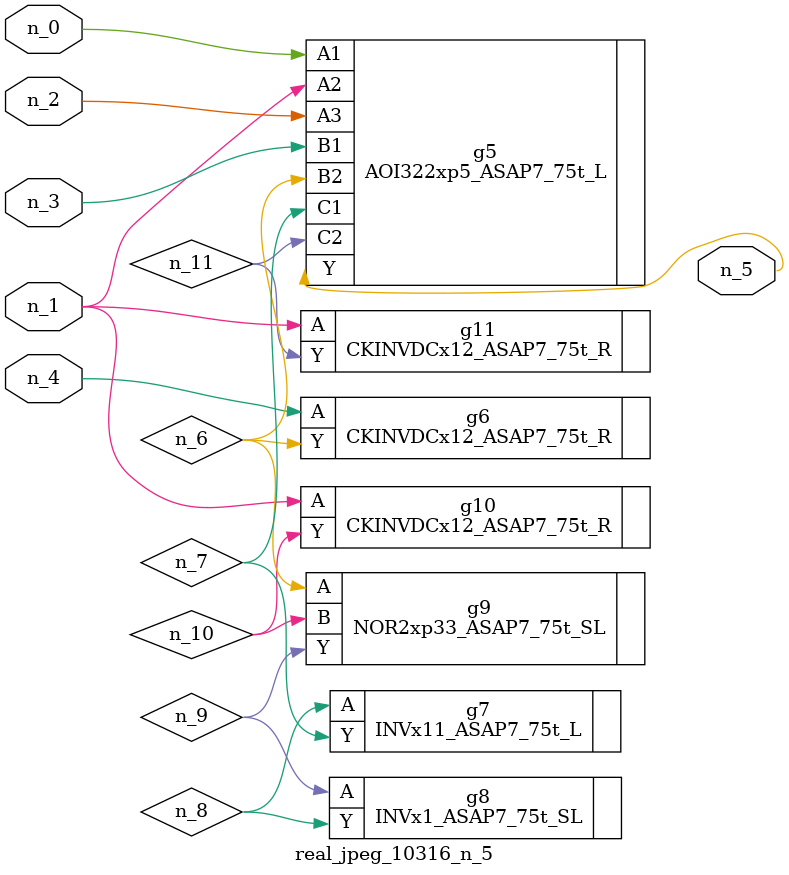
<source format=v>
module real_jpeg_10316_n_5 (n_4, n_0, n_1, n_2, n_3, n_5);

input n_4;
input n_0;
input n_1;
input n_2;
input n_3;

output n_5;

wire n_8;
wire n_11;
wire n_6;
wire n_7;
wire n_10;
wire n_9;

AOI322xp5_ASAP7_75t_L g5 ( 
.A1(n_0),
.A2(n_1),
.A3(n_2),
.B1(n_3),
.B2(n_6),
.C1(n_7),
.C2(n_11),
.Y(n_5)
);

CKINVDCx12_ASAP7_75t_R g10 ( 
.A(n_1),
.Y(n_10)
);

CKINVDCx12_ASAP7_75t_R g11 ( 
.A(n_1),
.Y(n_11)
);

CKINVDCx12_ASAP7_75t_R g6 ( 
.A(n_4),
.Y(n_6)
);

NOR2xp33_ASAP7_75t_SL g9 ( 
.A(n_6),
.B(n_10),
.Y(n_9)
);

INVx11_ASAP7_75t_L g7 ( 
.A(n_8),
.Y(n_7)
);

INVx1_ASAP7_75t_SL g8 ( 
.A(n_9),
.Y(n_8)
);


endmodule
</source>
